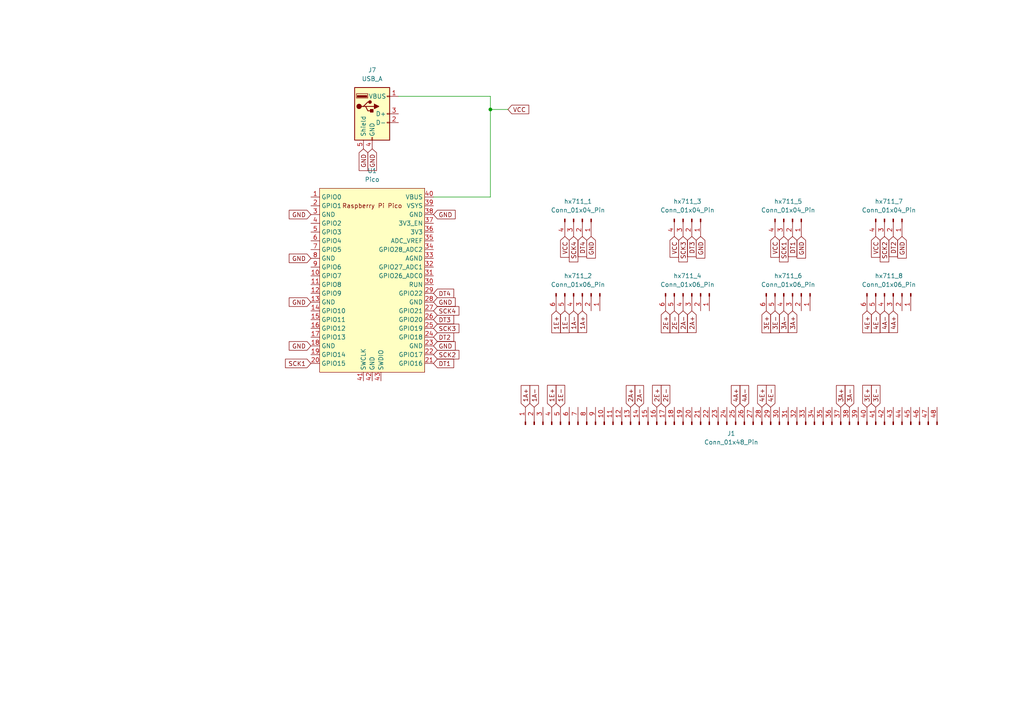
<source format=kicad_sch>
(kicad_sch (version 20231120) (generator "eeschema") (generator_version "8.0")
  (paper "A4")
  (lib_symbols
    (symbol "Connector:Conn_01x04_Pin" (pin_names (offset 1.016) hide)
      (property "Reference" "J" (at 0 5.08 0))
      (property "Value" "Conn_01x04_Pin" (at 0 -7.62 0))
      (symbol "Conn_01x04_Pin_1_1"
        (polyline (pts (xy 1.27 -5.08) (xy 0.8636 -5.08)) (stroke (width 0.1524)))
        (polyline (pts (xy 1.27 -2.54) (xy 0.8636 -2.54)) (stroke (width 0.1524)))
        (polyline (pts (xy 1.27 0) (xy 0.8636 0)) (stroke (width 0.1524)))
        (polyline (pts (xy 1.27 2.54) (xy 0.8636 2.54)) (stroke (width 0.1524)))
        (rectangle (start 0.8636 -4.953) (end 0 -5.207) (stroke (width 0.1524)) (fill (type outline)))
        (rectangle (start 0.8636 -2.413) (end 0 -2.667) (stroke (width 0.1524)) (fill (type outline)))
        (rectangle (start 0.8636 0.127) (end 0 -0.127) (stroke (width 0.1524)) (fill (type outline)))
        (rectangle (start 0.8636 2.667) (end 0 2.413) (stroke (width 0.1524)) (fill (type outline)))
        (pin passive line (at 5.08 2.54 180) (length 3.81) (name "Pin_1") (number "1"))
        (pin passive line (at 5.08 0 180) (length 3.81) (name "Pin_2") (number "2"))
        (pin passive line (at 5.08 -2.54 180) (length 3.81) (name "Pin_3") (number "3"))
        (pin passive line (at 5.08 -5.08 180) (length 3.81) (name "Pin_4") (number "4"))
      )
    )
    (symbol "Connector:Conn_01x06_Pin" (pin_names (offset 1.016) hide)
      (property "Reference" "J" (at 0 7.62 0))
      (property "Value" "Conn_01x06_Pin" (at 0 -10.16 0))
      (symbol "Conn_01x06_Pin_1_1"
        (polyline (pts (xy 1.27 -7.62) (xy 0.8636 -7.62)) (stroke (width 0.1524)))
        (polyline (pts (xy 1.27 -5.08) (xy 0.8636 -5.08)) (stroke (width 0.1524)))
        (polyline (pts (xy 1.27 -2.54) (xy 0.8636 -2.54)) (stroke (width 0.1524)))
        (polyline (pts (xy 1.27 0) (xy 0.8636 0)) (stroke (width 0.1524)))
        (polyline (pts (xy 1.27 2.54) (xy 0.8636 2.54)) (stroke (width 0.1524)))
        (polyline (pts (xy 1.27 5.08) (xy 0.8636 5.08)) (stroke (width 0.1524)))
        (rectangle (start 0.8636 -7.493) (end 0 -7.747) (stroke (width 0.1524)) (fill (type outline)))
        (rectangle (start 0.8636 -4.953) (end 0 -5.207) (stroke (width 0.1524)) (fill (type outline)))
        (rectangle (start 0.8636 -2.413) (end 0 -2.667) (stroke (width 0.1524)) (fill (type outline)))
        (rectangle (start 0.8636 0.127) (end 0 -0.127) (stroke (width 0.1524)) (fill (type outline)))
        (rectangle (start 0.8636 2.667) (end 0 2.413) (stroke (width 0.1524)) (fill (type outline)))
        (rectangle (start 0.8636 5.207) (end 0 4.953) (stroke (width 0.1524)) (fill (type outline)))
        (pin passive line (at 5.08 5.08 180) (length 3.81) (name "Pin_1") (number "1"))
        (pin passive line (at 5.08 2.54 180) (length 3.81) (name "Pin_2") (number "2"))
        (pin passive line (at 5.08 0 180) (length 3.81) (name "Pin_3") (number "3"))
        (pin passive line (at 5.08 -2.54 180) (length 3.81) (name "Pin_4") (number "4"))
        (pin passive line (at 5.08 -5.08 180) (length 3.81) (name "Pin_5") (number "5"))
        (pin passive line (at 5.08 -7.62 180) (length 3.81) (name "Pin_6") (number "6"))
      )
    )
    (symbol "Connector:Conn_01x48_Pin" (pin_names (offset 1.016) hide)
      (property "Reference" "J" (at 0 60.96 0))
      (property "Value" "Conn_01x48_Pin" (at 0 -63.5 0))
      (symbol "Conn_01x48_Pin_1_1"
        (polyline (pts (xy 1.27 -60.96) (xy 0.8636 -60.96)) (stroke (width 0.1524)))
        (polyline (pts (xy 1.27 -58.42) (xy 0.8636 -58.42)) (stroke (width 0.1524)))
        (polyline (pts (xy 1.27 -55.88) (xy 0.8636 -55.88)) (stroke (width 0.1524)))
        (polyline (pts (xy 1.27 -53.34) (xy 0.8636 -53.34)) (stroke (width 0.1524)))
        (polyline (pts (xy 1.27 -50.8) (xy 0.8636 -50.8)) (stroke (width 0.1524)))
        (polyline (pts (xy 1.27 -48.26) (xy 0.8636 -48.26)) (stroke (width 0.1524)))
        (polyline (pts (xy 1.27 -45.72) (xy 0.8636 -45.72)) (stroke (width 0.1524)))
        (polyline (pts (xy 1.27 -43.18) (xy 0.8636 -43.18)) (stroke (width 0.1524)))
        (polyline (pts (xy 1.27 -40.64) (xy 0.8636 -40.64)) (stroke (width 0.1524)))
        (polyline (pts (xy 1.27 -38.1) (xy 0.8636 -38.1)) (stroke (width 0.1524)))
        (polyline (pts (xy 1.27 -35.56) (xy 0.8636 -35.56)) (stroke (width 0.1524)))
        (polyline (pts (xy 1.27 -33.02) (xy 0.8636 -33.02)) (stroke (width 0.1524)))
        (polyline (pts (xy 1.27 -30.48) (xy 0.8636 -30.48)) (stroke (width 0.1524)))
        (polyline (pts (xy 1.27 -27.94) (xy 0.8636 -27.94)) (stroke (width 0.1524)))
        (polyline (pts (xy 1.27 -25.4) (xy 0.8636 -25.4)) (stroke (width 0.1524)))
        (polyline (pts (xy 1.27 -22.86) (xy 0.8636 -22.86)) (stroke (width 0.1524)))
        (polyline (pts (xy 1.27 -20.32) (xy 0.8636 -20.32)) (stroke (width 0.1524)))
        (polyline (pts (xy 1.27 -17.78) (xy 0.8636 -17.78)) (stroke (width 0.1524)))
        (polyline (pts (xy 1.27 -15.24) (xy 0.8636 -15.24)) (stroke (width 0.1524)))
        (polyline (pts (xy 1.27 -12.7) (xy 0.8636 -12.7)) (stroke (width 0.1524)))
        (polyline (pts (xy 1.27 -10.16) (xy 0.8636 -10.16)) (stroke (width 0.1524)))
        (polyline (pts (xy 1.27 -7.62) (xy 0.8636 -7.62)) (stroke (width 0.1524)))
        (polyline (pts (xy 1.27 -5.08) (xy 0.8636 -5.08)) (stroke (width 0.1524)))
        (polyline (pts (xy 1.27 -2.54) (xy 0.8636 -2.54)) (stroke (width 0.1524)))
        (polyline (pts (xy 1.27 0) (xy 0.8636 0)) (stroke (width 0.1524)))
        (polyline (pts (xy 1.27 2.54) (xy 0.8636 2.54)) (stroke (width 0.1524)))
        (polyline (pts (xy 1.27 5.08) (xy 0.8636 5.08)) (stroke (width 0.1524)))
        (polyline (pts (xy 1.27 7.62) (xy 0.8636 7.62)) (stroke (width 0.1524)))
        (polyline (pts (xy 1.27 10.16) (xy 0.8636 10.16)) (stroke (width 0.1524)))
        (polyline (pts (xy 1.27 12.7) (xy 0.8636 12.7)) (stroke (width 0.1524)))
        (polyline (pts (xy 1.27 15.24) (xy 0.8636 15.24)) (stroke (width 0.1524)))
        (polyline (pts (xy 1.27 17.78) (xy 0.8636 17.78)) (stroke (width 0.1524)))
        (polyline (pts (xy 1.27 20.32) (xy 0.8636 20.32)) (stroke (width 0.1524)))
        (polyline (pts (xy 1.27 22.86) (xy 0.8636 22.86)) (stroke (width 0.1524)))
        (polyline (pts (xy 1.27 25.4) (xy 0.8636 25.4)) (stroke (width 0.1524)))
        (polyline (pts (xy 1.27 27.94) (xy 0.8636 27.94)) (stroke (width 0.1524)))
        (polyline (pts (xy 1.27 30.48) (xy 0.8636 30.48)) (stroke (width 0.1524)))
        (polyline (pts (xy 1.27 33.02) (xy 0.8636 33.02)) (stroke (width 0.1524)))
        (polyline (pts (xy 1.27 35.56) (xy 0.8636 35.56)) (stroke (width 0.1524)))
        (polyline (pts (xy 1.27 38.1) (xy 0.8636 38.1)) (stroke (width 0.1524)))
        (polyline (pts (xy 1.27 40.64) (xy 0.8636 40.64)) (stroke (width 0.1524)))
        (polyline (pts (xy 1.27 43.18) (xy 0.8636 43.18)) (stroke (width 0.1524)))
        (polyline (pts (xy 1.27 45.72) (xy 0.8636 45.72)) (stroke (width 0.1524)))
        (polyline (pts (xy 1.27 48.26) (xy 0.8636 48.26)) (stroke (width 0.1524)))
        (polyline (pts (xy 1.27 50.8) (xy 0.8636 50.8)) (stroke (width 0.1524)))
        (polyline (pts (xy 1.27 53.34) (xy 0.8636 53.34)) (stroke (width 0.1524)))
        (polyline (pts (xy 1.27 55.88) (xy 0.8636 55.88)) (stroke (width 0.1524)))
        (polyline (pts (xy 1.27 58.42) (xy 0.8636 58.42)) (stroke (width 0.1524)))
        (rectangle (start 0.8636 -60.833) (end 0 -61.087) (stroke (width 0.1524)) (fill (type outline)))
        (rectangle (start 0.8636 -58.293) (end 0 -58.547) (stroke (width 0.1524)) (fill (type outline)))
        (rectangle (start 0.8636 -55.753) (end 0 -56.007) (stroke (width 0.1524)) (fill (type outline)))
        (rectangle (start 0.8636 -53.213) (end 0 -53.467) (stroke (width 0.1524)) (fill (type outline)))
        (rectangle (start 0.8636 -50.673) (end 0 -50.927) (stroke (width 0.1524)) (fill (type outline)))
        (rectangle (start 0.8636 -48.133) (end 0 -48.387) (stroke (width 0.1524)) (fill (type outline)))
        (rectangle (start 0.8636 -45.593) (end 0 -45.847) (stroke (width 0.1524)) (fill (type outline)))
        (rectangle (start 0.8636 -43.053) (end 0 -43.307) (stroke (width 0.1524)) (fill (type outline)))
        (rectangle (start 0.8636 -40.513) (end 0 -40.767) (stroke (width 0.1524)) (fill (type outline)))
        (rectangle (start 0.8636 -37.973) (end 0 -38.227) (stroke (width 0.1524)) (fill (type outline)))
        (rectangle (start 0.8636 -35.433) (end 0 -35.687) (stroke (width 0.1524)) (fill (type outline)))
        (rectangle (start 0.8636 -32.893) (end 0 -33.147) (stroke (width 0.1524)) (fill (type outline)))
        (rectangle (start 0.8636 -30.353) (end 0 -30.607) (stroke (width 0.1524)) (fill (type outline)))
        (rectangle (start 0.8636 -27.813) (end 0 -28.067) (stroke (width 0.1524)) (fill (type outline)))
        (rectangle (start 0.8636 -25.273) (end 0 -25.527) (stroke (width 0.1524)) (fill (type outline)))
        (rectangle (start 0.8636 -22.733) (end 0 -22.987) (stroke (width 0.1524)) (fill (type outline)))
        (rectangle (start 0.8636 -20.193) (end 0 -20.447) (stroke (width 0.1524)) (fill (type outline)))
        (rectangle (start 0.8636 -17.653) (end 0 -17.907) (stroke (width 0.1524)) (fill (type outline)))
        (rectangle (start 0.8636 -15.113) (end 0 -15.367) (stroke (width 0.1524)) (fill (type outline)))
        (rectangle (start 0.8636 -12.573) (end 0 -12.827) (stroke (width 0.1524)) (fill (type outline)))
        (rectangle (start 0.8636 -10.033) (end 0 -10.287) (stroke (width 0.1524)) (fill (type outline)))
        (rectangle (start 0.8636 -7.493) (end 0 -7.747) (stroke (width 0.1524)) (fill (type outline)))
        (rectangle (start 0.8636 -4.953) (end 0 -5.207) (stroke (width 0.1524)) (fill (type outline)))
        (rectangle (start 0.8636 -2.413) (end 0 -2.667) (stroke (width 0.1524)) (fill (type outline)))
        (rectangle (start 0.8636 0.127) (end 0 -0.127) (stroke (width 0.1524)) (fill (type outline)))
        (rectangle (start 0.8636 2.667) (end 0 2.413) (stroke (width 0.1524)) (fill (type outline)))
        (rectangle (start 0.8636 5.207) (end 0 4.953) (stroke (width 0.1524)) (fill (type outline)))
        (rectangle (start 0.8636 7.747) (end 0 7.493) (stroke (width 0.1524)) (fill (type outline)))
        (rectangle (start 0.8636 10.287) (end 0 10.033) (stroke (width 0.1524)) (fill (type outline)))
        (rectangle (start 0.8636 12.827) (end 0 12.573) (stroke (width 0.1524)) (fill (type outline)))
        (rectangle (start 0.8636 15.367) (end 0 15.113) (stroke (width 0.1524)) (fill (type outline)))
        (rectangle (start 0.8636 17.907) (end 0 17.653) (stroke (width 0.1524)) (fill (type outline)))
        (rectangle (start 0.8636 20.447) (end 0 20.193) (stroke (width 0.1524)) (fill (type outline)))
        (rectangle (start 0.8636 22.987) (end 0 22.733) (stroke (width 0.1524)) (fill (type outline)))
        (rectangle (start 0.8636 25.527) (end 0 25.273) (stroke (width 0.1524)) (fill (type outline)))
        (rectangle (start 0.8636 28.067) (end 0 27.813) (stroke (width 0.1524)) (fill (type outline)))
        (rectangle (start 0.8636 30.607) (end 0 30.353) (stroke (width 0.1524)) (fill (type outline)))
        (rectangle (start 0.8636 33.147) (end 0 32.893) (stroke (width 0.1524)) (fill (type outline)))
        (rectangle (start 0.8636 35.687) (end 0 35.433) (stroke (width 0.1524)) (fill (type outline)))
        (rectangle (start 0.8636 38.227) (end 0 37.973) (stroke (width 0.1524)) (fill (type outline)))
        (rectangle (start 0.8636 40.767) (end 0 40.513) (stroke (width 0.1524)) (fill (type outline)))
        (rectangle (start 0.8636 43.307) (end 0 43.053) (stroke (width 0.1524)) (fill (type outline)))
        (rectangle (start 0.8636 45.847) (end 0 45.593) (stroke (width 0.1524)) (fill (type outline)))
        (rectangle (start 0.8636 48.387) (end 0 48.133) (stroke (width 0.1524)) (fill (type outline)))
        (rectangle (start 0.8636 50.927) (end 0 50.673) (stroke (width 0.1524)) (fill (type outline)))
        (rectangle (start 0.8636 53.467) (end 0 53.213) (stroke (width 0.1524)) (fill (type outline)))
        (rectangle (start 0.8636 56.007) (end 0 55.753) (stroke (width 0.1524)) (fill (type outline)))
        (rectangle (start 0.8636 58.547) (end 0 58.293) (stroke (width 0.1524)) (fill (type outline)))
        (pin passive line (at 5.08 58.42 180) (length 3.81) (name "Pin_1") (number "1"))
        (pin passive line (at 5.08 35.56 180) (length 3.81) (name "Pin_10") (number "10"))
        (pin passive line (at 5.08 33.02 180) (length 3.81) (name "Pin_11") (number "11"))
        (pin passive line (at 5.08 30.48 180) (length 3.81) (name "Pin_12") (number "12"))
        (pin passive line (at 5.08 27.94 180) (length 3.81) (name "Pin_13") (number "13"))
        (pin passive line (at 5.08 25.4 180) (length 3.81) (name "Pin_14") (number "14"))
        (pin passive line (at 5.08 22.86 180) (length 3.81) (name "Pin_15") (number "15"))
        (pin passive line (at 5.08 20.32 180) (length 3.81) (name "Pin_16") (number "16"))
        (pin passive line (at 5.08 17.78 180) (length 3.81) (name "Pin_17") (number "17"))
        (pin passive line (at 5.08 15.24 180) (length 3.81) (name "Pin_18") (number "18"))
        (pin passive line (at 5.08 12.7 180) (length 3.81) (name "Pin_19") (number "19"))
        (pin passive line (at 5.08 55.88 180) (length 3.81) (name "Pin_2") (number "2"))
        (pin passive line (at 5.08 10.16 180) (length 3.81) (name "Pin_20") (number "20"))
        (pin passive line (at 5.08 7.62 180) (length 3.81) (name "Pin_21") (number "21"))
        (pin passive line (at 5.08 5.08 180) (length 3.81) (name "Pin_22") (number "22"))
        (pin passive line (at 5.08 2.54 180) (length 3.81) (name "Pin_23") (number "23"))
        (pin passive line (at 5.08 0 180) (length 3.81) (name "Pin_24") (number "24"))
        (pin passive line (at 5.08 -2.54 180) (length 3.81) (name "Pin_25") (number "25"))
        (pin passive line (at 5.08 -5.08 180) (length 3.81) (name "Pin_26") (number "26"))
        (pin passive line (at 5.08 -7.62 180) (length 3.81) (name "Pin_27") (number "27"))
        (pin passive line (at 5.08 -10.16 180) (length 3.81) (name "Pin_28") (number "28"))
        (pin passive line (at 5.08 -12.7 180) (length 3.81) (name "Pin_29") (number "29"))
        (pin passive line (at 5.08 53.34 180) (length 3.81) (name "Pin_3") (number "3"))
        (pin passive line (at 5.08 -15.24 180) (length 3.81) (name "Pin_30") (number "30"))
        (pin passive line (at 5.08 -17.78 180) (length 3.81) (name "Pin_31") (number "31"))
        (pin passive line (at 5.08 -20.32 180) (length 3.81) (name "Pin_32") (number "32"))
        (pin passive line (at 5.08 -22.86 180) (length 3.81) (name "Pin_33") (number "33"))
        (pin passive line (at 5.08 -25.4 180) (length 3.81) (name "Pin_34") (number "34"))
        (pin passive line (at 5.08 -27.94 180) (length 3.81) (name "Pin_35") (number "35"))
        (pin passive line (at 5.08 -30.48 180) (length 3.81) (name "Pin_36") (number "36"))
        (pin passive line (at 5.08 -33.02 180) (length 3.81) (name "Pin_37") (number "37"))
        (pin passive line (at 5.08 -35.56 180) (length 3.81) (name "Pin_38") (number "38"))
        (pin passive line (at 5.08 -38.1 180) (length 3.81) (name "Pin_39") (number "39"))
        (pin passive line (at 5.08 50.8 180) (length 3.81) (name "Pin_4") (number "4"))
        (pin passive line (at 5.08 -40.64 180) (length 3.81) (name "Pin_40") (number "40"))
        (pin passive line (at 5.08 -43.18 180) (length 3.81) (name "Pin_41") (number "41"))
        (pin passive line (at 5.08 -45.72 180) (length 3.81) (name "Pin_42") (number "42"))
        (pin passive line (at 5.08 -48.26 180) (length 3.81) (name "Pin_43") (number "43"))
        (pin passive line (at 5.08 -50.8 180) (length 3.81) (name "Pin_44") (number "44"))
        (pin passive line (at 5.08 -53.34 180) (length 3.81) (name "Pin_45") (number "45"))
        (pin passive line (at 5.08 -55.88 180) (length 3.81) (name "Pin_46") (number "46"))
        (pin passive line (at 5.08 -58.42 180) (length 3.81) (name "Pin_47") (number "47"))
        (pin passive line (at 5.08 -60.96 180) (length 3.81) (name "Pin_48") (number "48"))
        (pin passive line (at 5.08 48.26 180) (length 3.81) (name "Pin_5") (number "5"))
        (pin passive line (at 5.08 45.72 180) (length 3.81) (name "Pin_6") (number "6"))
        (pin passive line (at 5.08 43.18 180) (length 3.81) (name "Pin_7") (number "7"))
        (pin passive line (at 5.08 40.64 180) (length 3.81) (name "Pin_8") (number "8"))
        (pin passive line (at 5.08 38.1 180) (length 3.81) (name "Pin_9") (number "9"))
      )
    )
    (symbol "Connector:USB_A" (pin_names (offset 1.016))
      (property "Reference" "J" (at -5.08 11.43 0))
      (property "Value" "USB_A" (at -5.08 8.89 0))
      (symbol "USB_A_0_1"
        (rectangle (start -5.08 -7.62) (end 5.08 7.62) (stroke (width 0.254)) (fill (type background)))
        (circle (center -3.81 2.159) (radius 0.635) (stroke (width 0.254)) (fill (type outline)))
        (rectangle (start -1.524 4.826) (end -4.318 5.334) (fill (type outline)))
        (rectangle (start -1.27 4.572) (end -4.572 5.842))
        (circle (center -0.635 3.429) (radius 0.381) (stroke (width 0.254)) (fill (type outline)))
        (rectangle (start -0.127 -7.62) (end 0.127 -6.858))
        (polyline (pts (xy -3.175 2.159) (xy -2.54 2.159) (xy -1.27 3.429) (xy -0.635 3.429)) (stroke (width 0.254)))
        (polyline (pts (xy -2.54 2.159) (xy -1.905 2.159) (xy -1.27 0.889) (xy 0 0.889)) (stroke (width 0.254)))
        (polyline (pts (xy 0.635 2.794) (xy 0.635 1.524) (xy 1.905 2.159) (xy 0.635 2.794)) (stroke (width 0.254)) (fill (type outline)))
        (rectangle (start 0.254 1.27) (end -0.508 0.508) (stroke (width 0.254)) (fill (type outline)))
        (rectangle (start 5.08 -2.667) (end 4.318 -2.413))
        (rectangle (start 5.08 -0.127) (end 4.318 0.127))
        (rectangle (start 5.08 4.953) (end 4.318 5.207))
      )
      (symbol "USB_A_1_1"
        (polyline (pts (xy -1.905 2.159) (xy 0.635 2.159)) (stroke (width 0.254)))
        (pin power_in line (at 7.62 5.08 180) (length 2.54) (name "VBUS") (number "1"))
        (pin bidirectional line (at 7.62 -2.54 180) (length 2.54) (name "D-") (number "2"))
        (pin bidirectional line (at 7.62 0 180) (length 2.54) (name "D+") (number "3"))
        (pin power_in line (at 0 -10.16 90) (length 2.54) (name "GND") (number "4"))
        (pin passive line (at -2.54 -10.16 90) (length 2.54) (name "Shield") (number "5"))
      )
    )
    (symbol "Rasperry Pico 2:Pico"
      (property "Reference" "U" (at -13.97 27.94 0))
      (property "Value" "Pico" (at 0 19.05 0))
      (symbol "Pico_0_0"
        (text "Raspberry Pi Pico" (at 0 21.59 0) (effects (font (size 1.27 1.27))))
      )
      (symbol "Pico_0_1"
        (rectangle (start -15.24 26.67) (end 15.24 -26.67) (fill (type background)))
      )
      (symbol "Pico_1_1"
        (pin bidirectional line (at -17.78 24.13 0) (length 2.54) (name "GPIO0") (number "1"))
        (pin bidirectional line (at -17.78 1.27 0) (length 2.54) (name "GPIO7") (number "10"))
        (pin bidirectional line (at -17.78 -1.27 0) (length 2.54) (name "GPIO8") (number "11"))
        (pin bidirectional line (at -17.78 -3.81 0) (length 2.54) (name "GPIO9") (number "12"))
        (pin power_in line (at -17.78 -6.35 0) (length 2.54) (name "GND") (number "13"))
        (pin bidirectional line (at -17.78 -8.89 0) (length 2.54) (name "GPIO10") (number "14"))
        (pin bidirectional line (at -17.78 -11.43 0) (length 2.54) (name "GPIO11") (number "15"))
        (pin bidirectional line (at -17.78 -13.97 0) (length 2.54) (name "GPIO12") (number "16"))
        (pin bidirectional line (at -17.78 -16.51 0) (length 2.54) (name "GPIO13") (number "17"))
        (pin power_in line (at -17.78 -19.05 0) (length 2.54) (name "GND") (number "18"))
        (pin bidirectional line (at -17.78 -21.59 0) (length 2.54) (name "GPIO14") (number "19"))
        (pin bidirectional line (at -17.78 21.59 0) (length 2.54) (name "GPIO1") (number "2"))
        (pin bidirectional line (at -17.78 -24.13 0) (length 2.54) (name "GPIO15") (number "20"))
        (pin bidirectional line (at 17.78 -24.13 180) (length 2.54) (name "GPIO16") (number "21"))
        (pin bidirectional line (at 17.78 -21.59 180) (length 2.54) (name "GPIO17") (number "22"))
        (pin power_in line (at 17.78 -19.05 180) (length 2.54) (name "GND") (number "23"))
        (pin bidirectional line (at 17.78 -16.51 180) (length 2.54) (name "GPIO18") (number "24"))
        (pin bidirectional line (at 17.78 -13.97 180) (length 2.54) (name "GPIO19") (number "25"))
        (pin bidirectional line (at 17.78 -11.43 180) (length 2.54) (name "GPIO20") (number "26"))
        (pin bidirectional line (at 17.78 -8.89 180) (length 2.54) (name "GPIO21") (number "27"))
        (pin power_in line (at 17.78 -6.35 180) (length 2.54) (name "GND") (number "28"))
        (pin bidirectional line (at 17.78 -3.81 180) (length 2.54) (name "GPIO22") (number "29"))
        (pin power_in line (at -17.78 19.05 0) (length 2.54) (name "GND") (number "3"))
        (pin input line (at 17.78 -1.27 180) (length 2.54) (name "RUN") (number "30"))
        (pin bidirectional line (at 17.78 1.27 180) (length 2.54) (name "GPIO26_ADC0") (number "31"))
        (pin bidirectional line (at 17.78 3.81 180) (length 2.54) (name "GPIO27_ADC1") (number "32"))
        (pin power_in line (at 17.78 6.35 180) (length 2.54) (name "AGND") (number "33"))
        (pin bidirectional line (at 17.78 8.89 180) (length 2.54) (name "GPIO28_ADC2") (number "34"))
        (pin power_in line (at 17.78 11.43 180) (length 2.54) (name "ADC_VREF") (number "35"))
        (pin power_in line (at 17.78 13.97 180) (length 2.54) (name "3V3") (number "36"))
        (pin input line (at 17.78 16.51 180) (length 2.54) (name "3V3_EN") (number "37"))
        (pin bidirectional line (at 17.78 19.05 180) (length 2.54) (name "GND") (number "38"))
        (pin power_in line (at 17.78 21.59 180) (length 2.54) (name "VSYS") (number "39"))
        (pin bidirectional line (at -17.78 16.51 0) (length 2.54) (name "GPIO2") (number "4"))
        (pin power_in line (at 17.78 24.13 180) (length 2.54) (name "VBUS") (number "40"))
        (pin input line (at -2.54 -29.21 90) (length 2.54) (name "SWCLK") (number "41"))
        (pin power_in line (at 0 -29.21 90) (length 2.54) (name "GND") (number "42"))
        (pin bidirectional line (at 2.54 -29.21 90) (length 2.54) (name "SWDIO") (number "43"))
        (pin bidirectional line (at -17.78 13.97 0) (length 2.54) (name "GPIO3") (number "5"))
        (pin bidirectional line (at -17.78 11.43 0) (length 2.54) (name "GPIO4") (number "6"))
        (pin bidirectional line (at -17.78 8.89 0) (length 2.54) (name "GPIO5") (number "7"))
        (pin power_in line (at -17.78 6.35 0) (length 2.54) (name "GND") (number "8"))
        (pin bidirectional line (at -17.78 3.81 0) (length 2.54) (name "GPIO6") (number "9"))
      )
    )
  )
  (junction (at 142.24 31.75))
  (wire (pts (xy 115.57 27.94) (xy 142.24 27.94)))
  (wire (pts (xy 125.73 57.15) (xy 142.24 57.15)))
  (wire (pts (xy 142.24 27.94) (xy 142.24 31.75)))
  (wire (pts (xy 147.32 31.75) (xy 142.24 31.75)))
  (wire (pts (xy 142.24 31.75) (xy 142.24 57.15)))
  (global_label "SCK3" (shape input) (at 125.73 95.25 0) (property "Intersheetrefs" "${INTERSHEET_REFS}" (effects (hide yes))))
  (global_label "DT1" (shape input) (at 229.87 68.58 270) (property "Intersheetrefs" "${INTERSHEET_REFS}" (effects (hide yes))))
  (global_label "3A-" (shape input) (at 227.33 90.17 270) (property "Intersheetrefs" "${INTERSHEET_REFS}" (effects (hide yes))))
  (global_label "SCK2" (shape input) (at 125.73 102.87 0) (property "Intersheetrefs" "${INTERSHEET_REFS}" (effects (hide yes))))
  (global_label "2A-" (shape input) (at 198.12 90.17 270) (property "Intersheetrefs" "${INTERSHEET_REFS}" (effects (hide yes))))
  (global_label "DT1" (shape input) (at 125.73 105.41 0) (property "Intersheetrefs" "${INTERSHEET_REFS}" (effects (hide yes))))
  (global_label "SCK1" (shape input) (at 227.33 68.58 270) (property "Intersheetrefs" "${INTERSHEET_REFS}" (effects (hide yes))))
  (global_label "2E+" (shape input) (at 190.5 118.11 90) (property "Intersheetrefs" "${INTERSHEET_REFS}" (effects (hide yes))))
  (global_label "3E-" (shape input) (at 254 118.11 90) (property "Intersheetrefs" "${INTERSHEET_REFS}" (effects (hide yes))))
  (global_label "VCC" (shape input) (at 254 68.58 270) (property "Intersheetrefs" "${INTERSHEET_REFS}" (effects (hide yes))))
  (global_label "3E+" (shape input) (at 251.46 118.11 90) (property "Intersheetrefs" "${INTERSHEET_REFS}" (effects (hide yes))))
  (global_label "1E+" (shape input) (at 160.02 118.11 90) (property "Intersheetrefs" "${INTERSHEET_REFS}" (effects (hide yes))))
  (global_label "GND" (shape input) (at 232.41 68.58 270) (property "Intersheetrefs" "${INTERSHEET_REFS}" (effects (hide yes))))
  (global_label "GND" (shape input) (at 125.73 100.33 0) (property "Intersheetrefs" "${INTERSHEET_REFS}" (effects (hide yes))))
  (global_label "1A-" (shape input) (at 166.37 90.17 270) (property "Intersheetrefs" "${INTERSHEET_REFS}" (effects (hide yes))))
  (global_label "3A+" (shape input) (at 243.84 118.11 90) (property "Intersheetrefs" "${INTERSHEET_REFS}" (effects (hide yes))))
  (global_label "4E-" (shape input) (at 254 90.17 270) (property "Intersheetrefs" "${INTERSHEET_REFS}" (effects (hide yes))))
  (global_label "4A+" (shape input) (at 259.08 90.17 270) (property "Intersheetrefs" "${INTERSHEET_REFS}" (effects (hide yes))))
  (global_label "VCC" (shape input) (at 163.83 68.58 270) (property "Intersheetrefs" "${INTERSHEET_REFS}" (effects (hide yes))))
  (global_label "2A+" (shape input) (at 200.66 90.17 270) (property "Intersheetrefs" "${INTERSHEET_REFS}" (effects (hide yes))))
  (global_label "2E+" (shape input) (at 193.04 90.17 270) (property "Intersheetrefs" "${INTERSHEET_REFS}" (effects (hide yes))))
  (global_label "3A+" (shape input) (at 229.87 90.17 270) (property "Intersheetrefs" "${INTERSHEET_REFS}" (effects (hide yes))))
  (global_label "VCC" (shape input) (at 147.32 31.75 0) (property "Intersheetrefs" "${INTERSHEET_REFS}" (effects (hide yes))))
  (global_label "GND" (shape input) (at 203.2 68.58 270) (property "Intersheetrefs" "${INTERSHEET_REFS}" (effects (hide yes))))
  (global_label "2A+" (shape input) (at 182.88 118.11 90) (property "Intersheetrefs" "${INTERSHEET_REFS}" (effects (hide yes))))
  (global_label "1E-" (shape input) (at 162.56 118.11 90) (property "Intersheetrefs" "${INTERSHEET_REFS}" (effects (hide yes))))
  (global_label "GND" (shape input) (at 90.17 87.63 180) (property "Intersheetrefs" "${INTERSHEET_REFS}" (effects (hide yes))))
  (global_label "GND" (shape input) (at 90.17 62.23 180) (property "Intersheetrefs" "${INTERSHEET_REFS}" (effects (hide yes))))
  (global_label "GND" (shape input) (at 125.73 62.23 0) (property "Intersheetrefs" "${INTERSHEET_REFS}" (effects (hide yes))))
  (global_label "SCK4" (shape input) (at 125.73 90.17 0) (property "Intersheetrefs" "${INTERSHEET_REFS}" (effects (hide yes))))
  (global_label "2E-" (shape input) (at 195.58 90.17 270) (property "Intersheetrefs" "${INTERSHEET_REFS}" (effects (hide yes))))
  (global_label "SCK4" (shape input) (at 166.37 68.58 270) (property "Intersheetrefs" "${INTERSHEET_REFS}" (effects (hide yes))))
  (global_label "GND" (shape input) (at 261.62 68.58 270) (property "Intersheetrefs" "${INTERSHEET_REFS}" (effects (hide yes))))
  (global_label "GND" (shape input) (at 125.73 87.63 0) (property "Intersheetrefs" "${INTERSHEET_REFS}" (effects (hide yes))))
  (global_label "GND" (shape input) (at 107.95 43.18 270) (property "Intersheetrefs" "${INTERSHEET_REFS}" (effects (hide yes))))
  (global_label "VCC" (shape input) (at 195.58 68.58 270) (property "Intersheetrefs" "${INTERSHEET_REFS}" (effects (hide yes))))
  (global_label "1E-" (shape input) (at 163.83 90.17 270) (property "Intersheetrefs" "${INTERSHEET_REFS}" (effects (hide yes))))
  (global_label "3A-" (shape input) (at 246.38 118.11 90) (property "Intersheetrefs" "${INTERSHEET_REFS}" (effects (hide yes))))
  (global_label "DT3" (shape input) (at 200.66 68.58 270) (property "Intersheetrefs" "${INTERSHEET_REFS}" (effects (hide yes))))
  (global_label "GND" (shape input) (at 90.17 74.93 180) (property "Intersheetrefs" "${INTERSHEET_REFS}" (effects (hide yes))))
  (global_label "SCK2" (shape input) (at 256.54 68.58 270) (property "Intersheetrefs" "${INTERSHEET_REFS}" (effects (hide yes))))
  (global_label "4A-" (shape input) (at 215.9 118.11 90) (property "Intersheetrefs" "${INTERSHEET_REFS}" (effects (hide yes))))
  (global_label "4E-" (shape input) (at 223.52 118.11 90) (property "Intersheetrefs" "${INTERSHEET_REFS}" (effects (hide yes))))
  (global_label "DT4" (shape input) (at 125.73 85.09 0) (property "Intersheetrefs" "${INTERSHEET_REFS}" (effects (hide yes))))
  (global_label "GND" (shape input) (at 105.41 43.18 270) (property "Intersheetrefs" "${INTERSHEET_REFS}" (effects (hide yes))))
  (global_label "SCK3" (shape input) (at 198.12 68.58 270) (property "Intersheetrefs" "${INTERSHEET_REFS}" (effects (hide yes))))
  (global_label "2A-" (shape input) (at 185.42 118.11 90) (property "Intersheetrefs" "${INTERSHEET_REFS}" (effects (hide yes))))
  (global_label "SCK1" (shape input) (at 90.17 105.41 180) (property "Intersheetrefs" "${INTERSHEET_REFS}" (effects (hide yes))))
  (global_label "DT2" (shape input) (at 125.73 97.79 0) (property "Intersheetrefs" "${INTERSHEET_REFS}" (effects (hide yes))))
  (global_label "3E+" (shape input) (at 222.25 90.17 270) (property "Intersheetrefs" "${INTERSHEET_REFS}" (effects (hide yes))))
  (global_label "DT4" (shape input) (at 168.91 68.58 270) (property "Intersheetrefs" "${INTERSHEET_REFS}" (effects (hide yes))))
  (global_label "VCC" (shape input) (at 224.79 68.58 270) (property "Intersheetrefs" "${INTERSHEET_REFS}" (effects (hide yes))))
  (global_label "GND" (shape input) (at 90.17 100.33 180) (property "Intersheetrefs" "${INTERSHEET_REFS}" (effects (hide yes))))
  (global_label "3E-" (shape input) (at 224.79 90.17 270) (property "Intersheetrefs" "${INTERSHEET_REFS}" (effects (hide yes))))
  (global_label "1E+" (shape input) (at 161.29 90.17 270) (property "Intersheetrefs" "${INTERSHEET_REFS}" (effects (hide yes))))
  (global_label "1A+" (shape input) (at 152.4 118.11 90) (property "Intersheetrefs" "${INTERSHEET_REFS}" (effects (hide yes))))
  (global_label "1A+" (shape input) (at 168.91 90.17 270) (property "Intersheetrefs" "${INTERSHEET_REFS}" (effects (hide yes))))
  (global_label "2E-" (shape input) (at 193.04 118.11 90) (property "Intersheetrefs" "${INTERSHEET_REFS}" (effects (hide yes))))
  (global_label "DT2" (shape input) (at 259.08 68.58 270) (property "Intersheetrefs" "${INTERSHEET_REFS}" (effects (hide yes))))
  (global_label "1A-" (shape input) (at 154.94 118.11 90) (property "Intersheetrefs" "${INTERSHEET_REFS}" (effects (hide yes))))
  (global_label "4A-" (shape input) (at 256.54 90.17 270) (property "Intersheetrefs" "${INTERSHEET_REFS}" (effects (hide yes))))
  (global_label "4E+" (shape input) (at 220.98 118.11 90) (property "Intersheetrefs" "${INTERSHEET_REFS}" (effects (hide yes))))
  (global_label "DT3" (shape input) (at 125.73 92.71 0) (property "Intersheetrefs" "${INTERSHEET_REFS}" (effects (hide yes))))
  (global_label "GND" (shape input) (at 171.45 68.58 270) (property "Intersheetrefs" "${INTERSHEET_REFS}" (effects (hide yes))))
  (global_label "4A+" (shape input) (at 213.36 118.11 90) (property "Intersheetrefs" "${INTERSHEET_REFS}" (effects (hide yes))))
  (global_label "4E+" (shape input) (at 251.46 90.17 270) (property "Intersheetrefs" "${INTERSHEET_REFS}" (effects (hide yes))))
  (symbol (lib_id "Connector:Conn_01x04_Pin") (at 259.08 63.5 270) (unit 1)
    (property "Reference" "hx711_7" (at 257.81 58.42 90))
    (property "Value" "Conn_01x04_Pin" (at 257.81 60.96 90))
    (property "Footprint" "Connector_PinSocket_2.54mm:PinSocket_1x04_P2.54mm_Vertical" (effects (hide yes)))
    (property "Description" "Generic connector, single row, 01x04, script generated" (effects (hide yes)))
  )
  (symbol (lib_id "Connector:Conn_01x06_Pin") (at 168.91 85.09 270) (unit 1)
    (property "Reference" "hx711_2" (at 167.64 80.01 90))
    (property "Value" "Conn_01x06_Pin" (at 167.64 82.55 90))
    (property "Footprint" "Connector_PinSocket_2.54mm:PinSocket_1x06_P2.54mm_Vertical" (effects (hide yes)))
    (property "Description" "Generic connector, single row, 01x06, script generated" (effects (hide yes)))
  )
  (symbol (lib_id "Rasperry Pico 2:Pico") (at 107.95 81.28 0) (unit 1)
    (property "Reference" "U1" (at 107.95 49.53 0))
    (property "Value" "Pico" (at 107.95 52.07 0))
    (property "Footprint" "Rasperry Pico 2:RPi_Pico_SMD_TH" (effects (hide yes)))
  )
  (symbol (lib_id "Connector:USB_A") (at 107.95 33.02 0) (unit 1)
    (property "Reference" "J7" (at 107.95 20.32 0))
    (property "Value" "USB_A" (at 107.95 22.86 0))
    (property "Footprint" "Connector_USB:USB_A_Molex_67643_Horizontal" (effects (hide yes)))
    (property "Description" "USB Type A connector" (effects (hide yes)))
  )
  (symbol (lib_id "Connector:Conn_01x04_Pin") (at 168.91 63.5 270) (unit 1)
    (property "Reference" "hx711_1" (at 167.64 58.42 90))
    (property "Value" "Conn_01x04_Pin" (at 167.64 60.96 90))
    (property "Footprint" "Connector_PinSocket_2.54mm:PinSocket_1x04_P2.54mm_Vertical" (effects (hide yes)))
    (property "Description" "Generic connector, single row, 01x04, script generated" (effects (hide yes)))
  )
  (symbol (lib_id "Connector:Conn_01x06_Pin") (at 259.08 85.09 270) (unit 1)
    (property "Reference" "hx711_8" (at 257.81 80.01 90))
    (property "Value" "Conn_01x06_Pin" (at 257.81 82.55 90))
    (property "Footprint" "Connector_PinSocket_2.54mm:PinSocket_1x06_P2.54mm_Vertical" (effects (hide yes)))
    (property "Description" "Generic connector, single row, 01x06, script generated" (effects (hide yes)))
  )
  (symbol (lib_id "Connector:Conn_01x06_Pin") (at 229.87 85.09 270) (unit 1)
    (property "Reference" "hx711_6" (at 228.6 80.01 90))
    (property "Value" "Conn_01x06_Pin" (at 228.6 82.55 90))
    (property "Footprint" "Connector_PinSocket_2.54mm:PinSocket_1x06_P2.54mm_Vertical" (effects (hide yes)))
    (property "Description" "Generic connector, single row, 01x06, script generated" (effects (hide yes)))
  )
  (symbol (lib_id "Connector:Conn_01x06_Pin") (at 200.66 85.09 270) (unit 1)
    (property "Reference" "hx711_4" (at 199.39 80.01 90))
    (property "Value" "Conn_01x06_Pin" (at 199.39 82.55 90))
    (property "Footprint" "Connector_PinSocket_2.54mm:PinSocket_1x06_P2.54mm_Vertical" (effects (hide yes)))
    (property "Description" "Generic connector, single row, 01x06, script generated" (effects (hide yes)))
  )
  (symbol (lib_id "Connector:Conn_01x04_Pin") (at 200.66 63.5 270) (unit 1)
    (property "Reference" "hx711_3" (at 199.39 58.42 90))
    (property "Value" "Conn_01x04_Pin" (at 199.39 60.96 90))
    (property "Footprint" "Connector_PinSocket_2.54mm:PinSocket_1x04_P2.54mm_Vertical" (effects (hide yes)))
    (property "Description" "Generic connector, single row, 01x04, script generated" (effects (hide yes)))
  )
  (symbol (lib_id "Connector:Conn_01x04_Pin") (at 229.87 63.5 270) (unit 1)
    (property "Reference" "hx711_5" (at 228.6 58.42 90))
    (property "Value" "Conn_01x04_Pin" (at 228.6 60.96 90))
    (property "Footprint" "Connector_PinSocket_2.54mm:PinSocket_1x04_P2.54mm_Vertical" (effects (hide yes)))
    (property "Description" "Generic connector, single row, 01x04, script generated" (effects (hide yes)))
  )
  (symbol (lib_id "Connector:Conn_01x48_Pin") (at 210.82 123.19 90) (unit 1)
    (property "Reference" "J1" (at 212.09 125.73 90))
    (property "Value" "Conn_01x48_Pin" (at 212.09 128.27 90))
    (property "Footprint" "Connector_RJ:RJ45_Amphenol_RJHSE538X-04" (effects (hide yes)))
    (property "Description" "\"Generic connector, single row, 01x48, script generated\"" (effects (hide yes)))
  )
)
</source>
